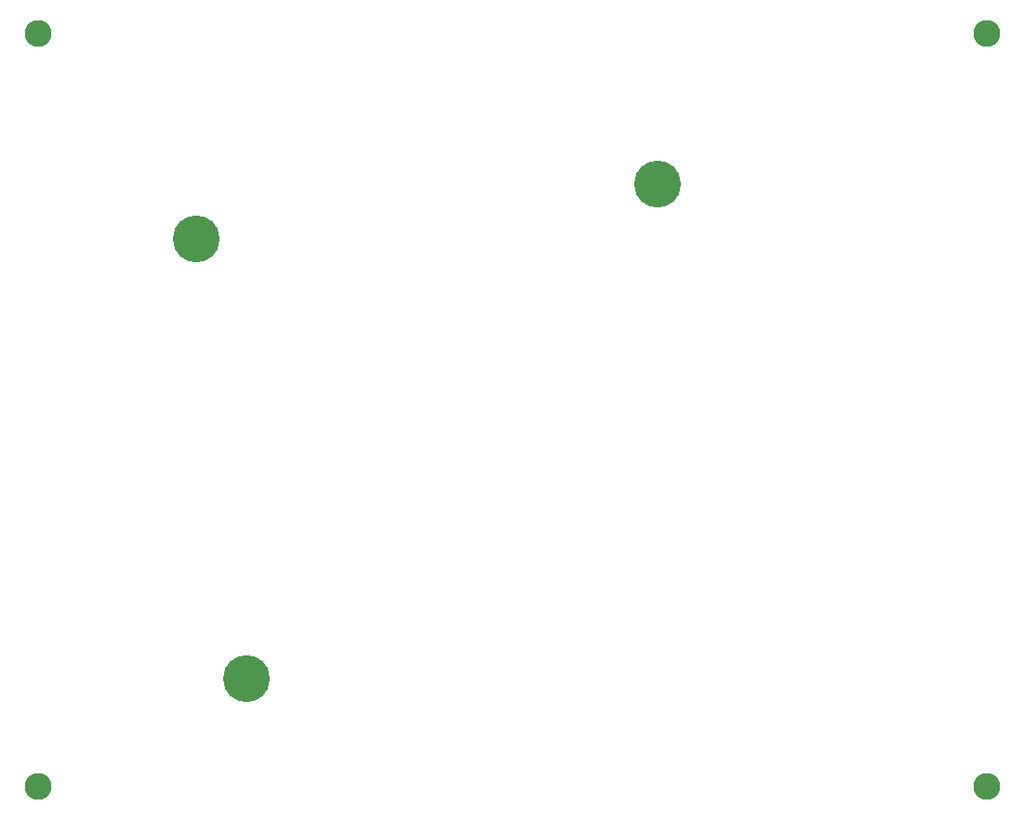
<source format=gts>
G04 MADE WITH FRITZING*
G04 WWW.FRITZING.ORG*
G04 DOUBLE SIDED*
G04 HOLES PLATED*
G04 CONTOUR ON CENTER OF CONTOUR VECTOR*
%ASAXBY*%
%FSLAX23Y23*%
%MOIN*%
%OFA0B0*%
%SFA1.0B1.0*%
%ADD10C,0.096614*%
%ADD11C,0.167480*%
%LNMASK1*%
G90*
G70*
G54D10*
X3522Y116D03*
X122Y116D03*
X122Y2816D03*
X3522Y2816D03*
G54D11*
X691Y2078D03*
X869Y500D03*
X2344Y2276D03*
G04 End of Mask1*
M02*
</source>
